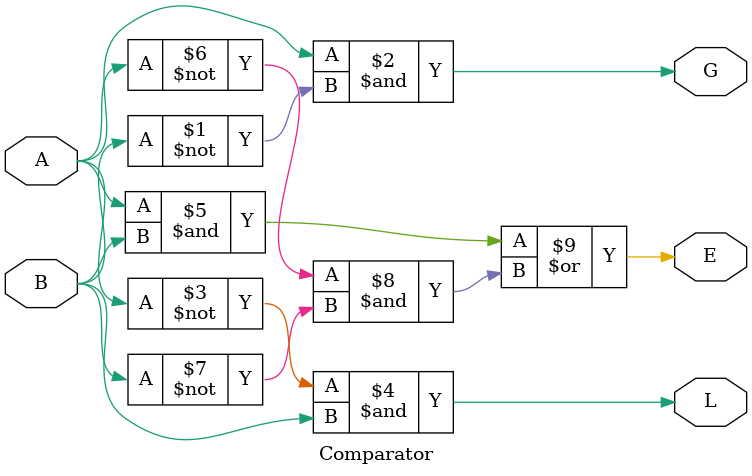
<source format=v>
module Comparator(A, B, G, L, E);

input A, B;

output G, L, E;


assign G = A & ~B;
assign L = ~A & B;
assign E = A & B | ~A & ~B;

endmodule 
</source>
